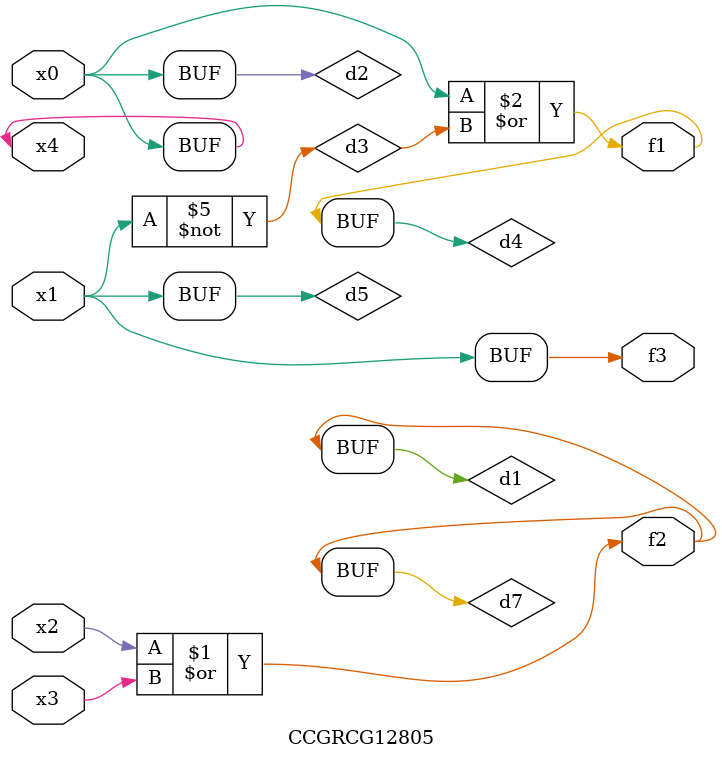
<source format=v>
module CCGRCG12805(
	input x0, x1, x2, x3, x4,
	output f1, f2, f3
);

	wire d1, d2, d3, d4, d5, d6, d7;

	or (d1, x2, x3);
	buf (d2, x0, x4);
	not (d3, x1);
	or (d4, d2, d3);
	not (d5, d3);
	nand (d6, d1, d3);
	or (d7, d1);
	assign f1 = d4;
	assign f2 = d7;
	assign f3 = d5;
endmodule

</source>
